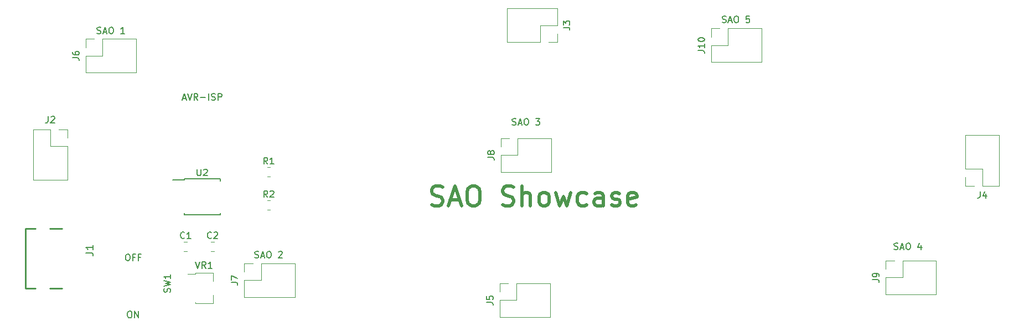
<source format=gto>
%TF.GenerationSoftware,KiCad,Pcbnew,(6.0.6-0)*%
%TF.CreationDate,2022-08-20T19:49:00-04:00*%
%TF.ProjectId,SAO_Platform,53414f5f-506c-4617-9466-6f726d2e6b69,rev?*%
%TF.SameCoordinates,Original*%
%TF.FileFunction,Legend,Top*%
%TF.FilePolarity,Positive*%
%FSLAX46Y46*%
G04 Gerber Fmt 4.6, Leading zero omitted, Abs format (unit mm)*
G04 Created by KiCad (PCBNEW (6.0.6-0)) date 2022-08-20 19:49:00*
%MOMM*%
%LPD*%
G01*
G04 APERTURE LIST*
%ADD10C,0.150000*%
%ADD11C,0.500000*%
%ADD12C,0.152000*%
%ADD13C,0.254000*%
%ADD14C,0.120000*%
G04 APERTURE END LIST*
D10*
X206561222Y-53317761D02*
X206704080Y-53365380D01*
X206942175Y-53365380D01*
X207037413Y-53317761D01*
X207085032Y-53270142D01*
X207132651Y-53174904D01*
X207132651Y-53079666D01*
X207085032Y-52984428D01*
X207037413Y-52936809D01*
X206942175Y-52889190D01*
X206751699Y-52841571D01*
X206656461Y-52793952D01*
X206608841Y-52746333D01*
X206561222Y-52651095D01*
X206561222Y-52555857D01*
X206608841Y-52460619D01*
X206656461Y-52413000D01*
X206751699Y-52365380D01*
X206989794Y-52365380D01*
X207132651Y-52413000D01*
X207513603Y-53079666D02*
X207989794Y-53079666D01*
X207418365Y-53365380D02*
X207751699Y-52365380D01*
X208085032Y-53365380D01*
X208608841Y-52365380D02*
X208799318Y-52365380D01*
X208894556Y-52413000D01*
X208989794Y-52508238D01*
X209037413Y-52698714D01*
X209037413Y-53032047D01*
X208989794Y-53222523D01*
X208894556Y-53317761D01*
X208799318Y-53365380D01*
X208608841Y-53365380D01*
X208513603Y-53317761D01*
X208418365Y-53222523D01*
X208370746Y-53032047D01*
X208370746Y-52698714D01*
X208418365Y-52508238D01*
X208513603Y-52413000D01*
X208608841Y-52365380D01*
X210704080Y-52365380D02*
X210227889Y-52365380D01*
X210180270Y-52841571D01*
X210227889Y-52793952D01*
X210323127Y-52746333D01*
X210561222Y-52746333D01*
X210656461Y-52793952D01*
X210704080Y-52841571D01*
X210751699Y-52936809D01*
X210751699Y-53174904D01*
X210704080Y-53270142D01*
X210656461Y-53317761D01*
X210561222Y-53365380D01*
X210323127Y-53365380D01*
X210227889Y-53317761D01*
X210180270Y-53270142D01*
X232854761Y-88034761D02*
X232997619Y-88082380D01*
X233235714Y-88082380D01*
X233330952Y-88034761D01*
X233378571Y-87987142D01*
X233426190Y-87891904D01*
X233426190Y-87796666D01*
X233378571Y-87701428D01*
X233330952Y-87653809D01*
X233235714Y-87606190D01*
X233045238Y-87558571D01*
X232950000Y-87510952D01*
X232902380Y-87463333D01*
X232854761Y-87368095D01*
X232854761Y-87272857D01*
X232902380Y-87177619D01*
X232950000Y-87130000D01*
X233045238Y-87082380D01*
X233283333Y-87082380D01*
X233426190Y-87130000D01*
X233807142Y-87796666D02*
X234283333Y-87796666D01*
X233711904Y-88082380D02*
X234045238Y-87082380D01*
X234378571Y-88082380D01*
X234902380Y-87082380D02*
X235092857Y-87082380D01*
X235188095Y-87130000D01*
X235283333Y-87225238D01*
X235330952Y-87415714D01*
X235330952Y-87749047D01*
X235283333Y-87939523D01*
X235188095Y-88034761D01*
X235092857Y-88082380D01*
X234902380Y-88082380D01*
X234807142Y-88034761D01*
X234711904Y-87939523D01*
X234664285Y-87749047D01*
X234664285Y-87415714D01*
X234711904Y-87225238D01*
X234807142Y-87130000D01*
X234902380Y-87082380D01*
X236950000Y-87415714D02*
X236950000Y-88082380D01*
X236711904Y-87034761D02*
X236473809Y-87749047D01*
X237092857Y-87749047D01*
D11*
X162085714Y-81224285D02*
X162514285Y-81367142D01*
X163228571Y-81367142D01*
X163514285Y-81224285D01*
X163657142Y-81081428D01*
X163800000Y-80795714D01*
X163800000Y-80510000D01*
X163657142Y-80224285D01*
X163514285Y-80081428D01*
X163228571Y-79938571D01*
X162657142Y-79795714D01*
X162371428Y-79652857D01*
X162228571Y-79510000D01*
X162085714Y-79224285D01*
X162085714Y-78938571D01*
X162228571Y-78652857D01*
X162371428Y-78510000D01*
X162657142Y-78367142D01*
X163371428Y-78367142D01*
X163800000Y-78510000D01*
X164942857Y-80510000D02*
X166371428Y-80510000D01*
X164657142Y-81367142D02*
X165657142Y-78367142D01*
X166657142Y-81367142D01*
X168228571Y-78367142D02*
X168800000Y-78367142D01*
X169085714Y-78510000D01*
X169371428Y-78795714D01*
X169514285Y-79367142D01*
X169514285Y-80367142D01*
X169371428Y-80938571D01*
X169085714Y-81224285D01*
X168800000Y-81367142D01*
X168228571Y-81367142D01*
X167942857Y-81224285D01*
X167657142Y-80938571D01*
X167514285Y-80367142D01*
X167514285Y-79367142D01*
X167657142Y-78795714D01*
X167942857Y-78510000D01*
X168228571Y-78367142D01*
X172942857Y-81224285D02*
X173371428Y-81367142D01*
X174085714Y-81367142D01*
X174371428Y-81224285D01*
X174514285Y-81081428D01*
X174657142Y-80795714D01*
X174657142Y-80510000D01*
X174514285Y-80224285D01*
X174371428Y-80081428D01*
X174085714Y-79938571D01*
X173514285Y-79795714D01*
X173228571Y-79652857D01*
X173085714Y-79510000D01*
X172942857Y-79224285D01*
X172942857Y-78938571D01*
X173085714Y-78652857D01*
X173228571Y-78510000D01*
X173514285Y-78367142D01*
X174228571Y-78367142D01*
X174657142Y-78510000D01*
X175942857Y-81367142D02*
X175942857Y-78367142D01*
X177228571Y-81367142D02*
X177228571Y-79795714D01*
X177085714Y-79510000D01*
X176800000Y-79367142D01*
X176371428Y-79367142D01*
X176085714Y-79510000D01*
X175942857Y-79652857D01*
X179085714Y-81367142D02*
X178800000Y-81224285D01*
X178657142Y-81081428D01*
X178514285Y-80795714D01*
X178514285Y-79938571D01*
X178657142Y-79652857D01*
X178800000Y-79510000D01*
X179085714Y-79367142D01*
X179514285Y-79367142D01*
X179800000Y-79510000D01*
X179942857Y-79652857D01*
X180085714Y-79938571D01*
X180085714Y-80795714D01*
X179942857Y-81081428D01*
X179800000Y-81224285D01*
X179514285Y-81367142D01*
X179085714Y-81367142D01*
X181085714Y-79367142D02*
X181657142Y-81367142D01*
X182228571Y-79938571D01*
X182800000Y-81367142D01*
X183371428Y-79367142D01*
X185800000Y-81224285D02*
X185514285Y-81367142D01*
X184942857Y-81367142D01*
X184657142Y-81224285D01*
X184514285Y-81081428D01*
X184371428Y-80795714D01*
X184371428Y-79938571D01*
X184514285Y-79652857D01*
X184657142Y-79510000D01*
X184942857Y-79367142D01*
X185514285Y-79367142D01*
X185800000Y-79510000D01*
X188371428Y-81367142D02*
X188371428Y-79795714D01*
X188228571Y-79510000D01*
X187942857Y-79367142D01*
X187371428Y-79367142D01*
X187085714Y-79510000D01*
X188371428Y-81224285D02*
X188085714Y-81367142D01*
X187371428Y-81367142D01*
X187085714Y-81224285D01*
X186942857Y-80938571D01*
X186942857Y-80652857D01*
X187085714Y-80367142D01*
X187371428Y-80224285D01*
X188085714Y-80224285D01*
X188371428Y-80081428D01*
X189657142Y-81224285D02*
X189942857Y-81367142D01*
X190514285Y-81367142D01*
X190799999Y-81224285D01*
X190942857Y-80938571D01*
X190942857Y-80795714D01*
X190799999Y-80510000D01*
X190514285Y-80367142D01*
X190085714Y-80367142D01*
X189799999Y-80224285D01*
X189657142Y-79938571D01*
X189657142Y-79795714D01*
X189799999Y-79510000D01*
X190085714Y-79367142D01*
X190514285Y-79367142D01*
X190799999Y-79510000D01*
X193371428Y-81224285D02*
X193085714Y-81367142D01*
X192514285Y-81367142D01*
X192228571Y-81224285D01*
X192085714Y-80938571D01*
X192085714Y-79795714D01*
X192228571Y-79510000D01*
X192514285Y-79367142D01*
X193085714Y-79367142D01*
X193371428Y-79510000D01*
X193514285Y-79795714D01*
X193514285Y-80081428D01*
X192085714Y-80367142D01*
D10*
X174434761Y-68984761D02*
X174577619Y-69032380D01*
X174815714Y-69032380D01*
X174910952Y-68984761D01*
X174958571Y-68937142D01*
X175006190Y-68841904D01*
X175006190Y-68746666D01*
X174958571Y-68651428D01*
X174910952Y-68603809D01*
X174815714Y-68556190D01*
X174625238Y-68508571D01*
X174530000Y-68460952D01*
X174482380Y-68413333D01*
X174434761Y-68318095D01*
X174434761Y-68222857D01*
X174482380Y-68127619D01*
X174530000Y-68080000D01*
X174625238Y-68032380D01*
X174863333Y-68032380D01*
X175006190Y-68080000D01*
X175387142Y-68746666D02*
X175863333Y-68746666D01*
X175291904Y-69032380D02*
X175625238Y-68032380D01*
X175958571Y-69032380D01*
X176482380Y-68032380D02*
X176672857Y-68032380D01*
X176768095Y-68080000D01*
X176863333Y-68175238D01*
X176910952Y-68365714D01*
X176910952Y-68699047D01*
X176863333Y-68889523D01*
X176768095Y-68984761D01*
X176672857Y-69032380D01*
X176482380Y-69032380D01*
X176387142Y-68984761D01*
X176291904Y-68889523D01*
X176244285Y-68699047D01*
X176244285Y-68365714D01*
X176291904Y-68175238D01*
X176387142Y-68080000D01*
X176482380Y-68032380D01*
X178006190Y-68032380D02*
X178625238Y-68032380D01*
X178291904Y-68413333D01*
X178434761Y-68413333D01*
X178530000Y-68460952D01*
X178577619Y-68508571D01*
X178625238Y-68603809D01*
X178625238Y-68841904D01*
X178577619Y-68937142D01*
X178530000Y-68984761D01*
X178434761Y-69032380D01*
X178149047Y-69032380D01*
X178053809Y-68984761D01*
X178006190Y-68937142D01*
X110934761Y-55014761D02*
X111077619Y-55062380D01*
X111315714Y-55062380D01*
X111410952Y-55014761D01*
X111458571Y-54967142D01*
X111506190Y-54871904D01*
X111506190Y-54776666D01*
X111458571Y-54681428D01*
X111410952Y-54633809D01*
X111315714Y-54586190D01*
X111125238Y-54538571D01*
X111030000Y-54490952D01*
X110982380Y-54443333D01*
X110934761Y-54348095D01*
X110934761Y-54252857D01*
X110982380Y-54157619D01*
X111030000Y-54110000D01*
X111125238Y-54062380D01*
X111363333Y-54062380D01*
X111506190Y-54110000D01*
X111887142Y-54776666D02*
X112363333Y-54776666D01*
X111791904Y-55062380D02*
X112125238Y-54062380D01*
X112458571Y-55062380D01*
X112982380Y-54062380D02*
X113172857Y-54062380D01*
X113268095Y-54110000D01*
X113363333Y-54205238D01*
X113410952Y-54395714D01*
X113410952Y-54729047D01*
X113363333Y-54919523D01*
X113268095Y-55014761D01*
X113172857Y-55062380D01*
X112982380Y-55062380D01*
X112887142Y-55014761D01*
X112791904Y-54919523D01*
X112744285Y-54729047D01*
X112744285Y-54395714D01*
X112791904Y-54205238D01*
X112887142Y-54110000D01*
X112982380Y-54062380D01*
X115125238Y-55062380D02*
X114553809Y-55062380D01*
X114839523Y-55062380D02*
X114839523Y-54062380D01*
X114744285Y-54205238D01*
X114649047Y-54300476D01*
X114553809Y-54348095D01*
X124000000Y-64936666D02*
X124476190Y-64936666D01*
X123904761Y-65222380D02*
X124238095Y-64222380D01*
X124571428Y-65222380D01*
X124761904Y-64222380D02*
X125095238Y-65222380D01*
X125428571Y-64222380D01*
X126333333Y-65222380D02*
X126000000Y-64746190D01*
X125761904Y-65222380D02*
X125761904Y-64222380D01*
X126142857Y-64222380D01*
X126238095Y-64270000D01*
X126285714Y-64317619D01*
X126333333Y-64412857D01*
X126333333Y-64555714D01*
X126285714Y-64650952D01*
X126238095Y-64698571D01*
X126142857Y-64746190D01*
X125761904Y-64746190D01*
X126761904Y-64841428D02*
X127523809Y-64841428D01*
X128000000Y-65222380D02*
X128000000Y-64222380D01*
X128428571Y-65174761D02*
X128571428Y-65222380D01*
X128809523Y-65222380D01*
X128904761Y-65174761D01*
X128952380Y-65127142D01*
X129000000Y-65031904D01*
X129000000Y-64936666D01*
X128952380Y-64841428D01*
X128904761Y-64793809D01*
X128809523Y-64746190D01*
X128619047Y-64698571D01*
X128523809Y-64650952D01*
X128476190Y-64603333D01*
X128428571Y-64508095D01*
X128428571Y-64412857D01*
X128476190Y-64317619D01*
X128523809Y-64270000D01*
X128619047Y-64222380D01*
X128857142Y-64222380D01*
X129000000Y-64270000D01*
X129428571Y-65222380D02*
X129428571Y-64222380D01*
X129809523Y-64222380D01*
X129904761Y-64270000D01*
X129952380Y-64317619D01*
X130000000Y-64412857D01*
X130000000Y-64555714D01*
X129952380Y-64650952D01*
X129904761Y-64698571D01*
X129809523Y-64746190D01*
X129428571Y-64746190D01*
X135064761Y-89304761D02*
X135207619Y-89352380D01*
X135445714Y-89352380D01*
X135540952Y-89304761D01*
X135588571Y-89257142D01*
X135636190Y-89161904D01*
X135636190Y-89066666D01*
X135588571Y-88971428D01*
X135540952Y-88923809D01*
X135445714Y-88876190D01*
X135255238Y-88828571D01*
X135160000Y-88780952D01*
X135112380Y-88733333D01*
X135064761Y-88638095D01*
X135064761Y-88542857D01*
X135112380Y-88447619D01*
X135160000Y-88400000D01*
X135255238Y-88352380D01*
X135493333Y-88352380D01*
X135636190Y-88400000D01*
X136017142Y-89066666D02*
X136493333Y-89066666D01*
X135921904Y-89352380D02*
X136255238Y-88352380D01*
X136588571Y-89352380D01*
X137112380Y-88352380D02*
X137302857Y-88352380D01*
X137398095Y-88400000D01*
X137493333Y-88495238D01*
X137540952Y-88685714D01*
X137540952Y-89019047D01*
X137493333Y-89209523D01*
X137398095Y-89304761D01*
X137302857Y-89352380D01*
X137112380Y-89352380D01*
X137017142Y-89304761D01*
X136921904Y-89209523D01*
X136874285Y-89019047D01*
X136874285Y-88685714D01*
X136921904Y-88495238D01*
X137017142Y-88400000D01*
X137112380Y-88352380D01*
X138683809Y-88447619D02*
X138731428Y-88400000D01*
X138826666Y-88352380D01*
X139064761Y-88352380D01*
X139160000Y-88400000D01*
X139207619Y-88447619D01*
X139255238Y-88542857D01*
X139255238Y-88638095D01*
X139207619Y-88780952D01*
X138636190Y-89352380D01*
X139255238Y-89352380D01*
D12*
%TO.C,J1*%
X109182072Y-88586534D02*
X109998501Y-88586534D01*
X110161786Y-88640963D01*
X110270643Y-88749820D01*
X110325072Y-88913106D01*
X110325072Y-89021963D01*
X110325072Y-87443534D02*
X110325072Y-88096677D01*
X110325072Y-87770106D02*
X109182072Y-87770106D01*
X109345358Y-87878963D01*
X109454215Y-87987820D01*
X109508643Y-88096677D01*
D10*
%TO.C,J9*%
X229548522Y-92696411D02*
X230262808Y-92696411D01*
X230405665Y-92744030D01*
X230500903Y-92839268D01*
X230548522Y-92982125D01*
X230548522Y-93077363D01*
X230548522Y-92172601D02*
X230548522Y-91982125D01*
X230500903Y-91886887D01*
X230453284Y-91839268D01*
X230310427Y-91744030D01*
X230119951Y-91696411D01*
X229738999Y-91696411D01*
X229643761Y-91744030D01*
X229596142Y-91791649D01*
X229548522Y-91886887D01*
X229548522Y-92077363D01*
X229596142Y-92172601D01*
X229643761Y-92220220D01*
X229738999Y-92267839D01*
X229977094Y-92267839D01*
X230072332Y-92220220D01*
X230119951Y-92172601D01*
X230167570Y-92077363D01*
X230167570Y-91886887D01*
X230119951Y-91791649D01*
X230072332Y-91744030D01*
X229977094Y-91696411D01*
%TO.C,J5*%
X170502178Y-96168607D02*
X171216464Y-96168607D01*
X171359321Y-96216226D01*
X171454559Y-96311464D01*
X171502178Y-96454321D01*
X171502178Y-96549559D01*
X170502178Y-95216226D02*
X170502178Y-95692416D01*
X170978369Y-95740035D01*
X170930750Y-95692416D01*
X170883131Y-95597178D01*
X170883131Y-95359083D01*
X170930750Y-95263845D01*
X170978369Y-95216226D01*
X171073607Y-95168607D01*
X171311702Y-95168607D01*
X171406940Y-95216226D01*
X171454559Y-95263845D01*
X171502178Y-95359083D01*
X171502178Y-95597178D01*
X171454559Y-95692416D01*
X171406940Y-95740035D01*
%TO.C,J7*%
X131437846Y-93107468D02*
X132152132Y-93107468D01*
X132294989Y-93155087D01*
X132390227Y-93250325D01*
X132437846Y-93393182D01*
X132437846Y-93488420D01*
X131437846Y-92726515D02*
X131437846Y-92059849D01*
X132437846Y-92488420D01*
%TO.C,J10*%
X202844838Y-57633029D02*
X203559124Y-57633029D01*
X203701981Y-57680648D01*
X203797219Y-57775886D01*
X203844838Y-57918744D01*
X203844838Y-58013982D01*
X203844838Y-56633029D02*
X203844838Y-57204458D01*
X203844838Y-56918744D02*
X202844838Y-56918744D01*
X202987696Y-57013982D01*
X203082934Y-57109220D01*
X203130553Y-57204458D01*
X202844838Y-56013982D02*
X202844838Y-55918744D01*
X202892458Y-55823506D01*
X202940077Y-55775886D01*
X203035315Y-55728267D01*
X203225791Y-55680648D01*
X203463886Y-55680648D01*
X203654362Y-55728267D01*
X203749600Y-55775886D01*
X203797219Y-55823506D01*
X203844838Y-55918744D01*
X203844838Y-56013982D01*
X203797219Y-56109220D01*
X203749600Y-56156839D01*
X203654362Y-56204458D01*
X203463886Y-56252077D01*
X203225791Y-56252077D01*
X203035315Y-56204458D01*
X202940077Y-56156839D01*
X202892458Y-56109220D01*
X202844838Y-56013982D01*
%TO.C,R2*%
X136993333Y-80082380D02*
X136660000Y-79606190D01*
X136421904Y-80082380D02*
X136421904Y-79082380D01*
X136802857Y-79082380D01*
X136898095Y-79130000D01*
X136945714Y-79177619D01*
X136993333Y-79272857D01*
X136993333Y-79415714D01*
X136945714Y-79510952D01*
X136898095Y-79558571D01*
X136802857Y-79606190D01*
X136421904Y-79606190D01*
X137374285Y-79177619D02*
X137421904Y-79130000D01*
X137517142Y-79082380D01*
X137755238Y-79082380D01*
X137850476Y-79130000D01*
X137898095Y-79177619D01*
X137945714Y-79272857D01*
X137945714Y-79368095D01*
X137898095Y-79510952D01*
X137326666Y-80082380D01*
X137945714Y-80082380D01*
%TO.C,J4*%
X246002640Y-79207663D02*
X246002640Y-79921949D01*
X245955021Y-80064806D01*
X245859783Y-80160044D01*
X245716926Y-80207663D01*
X245621688Y-80207663D01*
X246907402Y-79540997D02*
X246907402Y-80207663D01*
X246669307Y-79160044D02*
X246431212Y-79874330D01*
X247050259Y-79874330D01*
%TO.C,J6*%
X107172380Y-58753333D02*
X107886666Y-58753333D01*
X108029523Y-58800952D01*
X108124761Y-58896190D01*
X108172380Y-59039047D01*
X108172380Y-59134285D01*
X107172380Y-57848571D02*
X107172380Y-58039047D01*
X107220000Y-58134285D01*
X107267619Y-58181904D01*
X107410476Y-58277142D01*
X107600952Y-58324761D01*
X107981904Y-58324761D01*
X108077142Y-58277142D01*
X108124761Y-58229523D01*
X108172380Y-58134285D01*
X108172380Y-57943809D01*
X108124761Y-57848571D01*
X108077142Y-57800952D01*
X107981904Y-57753333D01*
X107743809Y-57753333D01*
X107648571Y-57800952D01*
X107600952Y-57848571D01*
X107553333Y-57943809D01*
X107553333Y-58134285D01*
X107600952Y-58229523D01*
X107648571Y-58277142D01*
X107743809Y-58324761D01*
%TO.C,J8*%
X170687380Y-73973333D02*
X171401666Y-73973333D01*
X171544523Y-74020952D01*
X171639761Y-74116190D01*
X171687380Y-74259047D01*
X171687380Y-74354285D01*
X171115952Y-73354285D02*
X171068333Y-73449523D01*
X171020714Y-73497142D01*
X170925476Y-73544761D01*
X170877857Y-73544761D01*
X170782619Y-73497142D01*
X170735000Y-73449523D01*
X170687380Y-73354285D01*
X170687380Y-73163809D01*
X170735000Y-73068571D01*
X170782619Y-73020952D01*
X170877857Y-72973333D01*
X170925476Y-72973333D01*
X171020714Y-73020952D01*
X171068333Y-73068571D01*
X171115952Y-73163809D01*
X171115952Y-73354285D01*
X171163571Y-73449523D01*
X171211190Y-73497142D01*
X171306428Y-73544761D01*
X171496904Y-73544761D01*
X171592142Y-73497142D01*
X171639761Y-73449523D01*
X171687380Y-73354285D01*
X171687380Y-73163809D01*
X171639761Y-73068571D01*
X171592142Y-73020952D01*
X171496904Y-72973333D01*
X171306428Y-72973333D01*
X171211190Y-73020952D01*
X171163571Y-73068571D01*
X171115952Y-73163809D01*
%TO.C,J3*%
X182231281Y-54111221D02*
X182945567Y-54111221D01*
X183088424Y-54158840D01*
X183183662Y-54254078D01*
X183231281Y-54396935D01*
X183231281Y-54492173D01*
X182231281Y-53730268D02*
X182231281Y-53111221D01*
X182612234Y-53444554D01*
X182612234Y-53301697D01*
X182659853Y-53206459D01*
X182707472Y-53158840D01*
X182802710Y-53111221D01*
X183040805Y-53111221D01*
X183136043Y-53158840D01*
X183183662Y-53206459D01*
X183231281Y-53301697D01*
X183231281Y-53587411D01*
X183183662Y-53682649D01*
X183136043Y-53730268D01*
%TO.C,VR1*%
X125990476Y-89932380D02*
X126323809Y-90932380D01*
X126657142Y-89932380D01*
X127561904Y-90932380D02*
X127228571Y-90456190D01*
X126990476Y-90932380D02*
X126990476Y-89932380D01*
X127371428Y-89932380D01*
X127466666Y-89980000D01*
X127514285Y-90027619D01*
X127561904Y-90122857D01*
X127561904Y-90265714D01*
X127514285Y-90360952D01*
X127466666Y-90408571D01*
X127371428Y-90456190D01*
X126990476Y-90456190D01*
X128514285Y-90932380D02*
X127942857Y-90932380D01*
X128228571Y-90932380D02*
X128228571Y-89932380D01*
X128133333Y-90075238D01*
X128038095Y-90170476D01*
X127942857Y-90218095D01*
%TO.C,SW1*%
X122084281Y-94598344D02*
X122131900Y-94455487D01*
X122131900Y-94217391D01*
X122084281Y-94122153D01*
X122036662Y-94074534D01*
X121941424Y-94026915D01*
X121846186Y-94026915D01*
X121750948Y-94074534D01*
X121703329Y-94122153D01*
X121655710Y-94217391D01*
X121608091Y-94407868D01*
X121560472Y-94503106D01*
X121512853Y-94550725D01*
X121417615Y-94598344D01*
X121322377Y-94598344D01*
X121227139Y-94550725D01*
X121179520Y-94503106D01*
X121131900Y-94407868D01*
X121131900Y-94169772D01*
X121179520Y-94026915D01*
X121131900Y-93693582D02*
X122131900Y-93455487D01*
X121417615Y-93265011D01*
X122131900Y-93074534D01*
X121131900Y-92836439D01*
X122131900Y-91931677D02*
X122131900Y-92503106D01*
X122131900Y-92217391D02*
X121131900Y-92217391D01*
X121274758Y-92312630D01*
X121369996Y-92407868D01*
X121417615Y-92503106D01*
X115828072Y-97512911D02*
X116018548Y-97512911D01*
X116113786Y-97560531D01*
X116209024Y-97655769D01*
X116256643Y-97846245D01*
X116256643Y-98179578D01*
X116209024Y-98370054D01*
X116113786Y-98465292D01*
X116018548Y-98512911D01*
X115828072Y-98512911D01*
X115732834Y-98465292D01*
X115637596Y-98370054D01*
X115589977Y-98179578D01*
X115589977Y-97846245D01*
X115637596Y-97655769D01*
X115732834Y-97560531D01*
X115828072Y-97512911D01*
X116685215Y-98512911D02*
X116685215Y-97512911D01*
X117256643Y-98512911D01*
X117256643Y-97512911D01*
X115517599Y-88780391D02*
X115708075Y-88780391D01*
X115803313Y-88828011D01*
X115898551Y-88923249D01*
X115946170Y-89113725D01*
X115946170Y-89447058D01*
X115898551Y-89637534D01*
X115803313Y-89732772D01*
X115708075Y-89780391D01*
X115517599Y-89780391D01*
X115422360Y-89732772D01*
X115327122Y-89637534D01*
X115279503Y-89447058D01*
X115279503Y-89113725D01*
X115327122Y-88923249D01*
X115422360Y-88828011D01*
X115517599Y-88780391D01*
X116708075Y-89256582D02*
X116374741Y-89256582D01*
X116374741Y-89780391D02*
X116374741Y-88780391D01*
X116850932Y-88780391D01*
X117565218Y-89256582D02*
X117231884Y-89256582D01*
X117231884Y-89780391D02*
X117231884Y-88780391D01*
X117708075Y-88780391D01*
%TO.C,J2*%
X103438968Y-67711689D02*
X103438968Y-68425975D01*
X103391349Y-68568832D01*
X103296111Y-68664070D01*
X103153254Y-68711689D01*
X103058016Y-68711689D01*
X103867540Y-67806928D02*
X103915159Y-67759309D01*
X104010397Y-67711689D01*
X104248492Y-67711689D01*
X104343730Y-67759309D01*
X104391349Y-67806928D01*
X104438968Y-67902166D01*
X104438968Y-67997404D01*
X104391349Y-68140261D01*
X103819921Y-68711689D01*
X104438968Y-68711689D01*
%TO.C,C2*%
X128423333Y-86307142D02*
X128375714Y-86354761D01*
X128232857Y-86402380D01*
X128137619Y-86402380D01*
X127994761Y-86354761D01*
X127899523Y-86259523D01*
X127851904Y-86164285D01*
X127804285Y-85973809D01*
X127804285Y-85830952D01*
X127851904Y-85640476D01*
X127899523Y-85545238D01*
X127994761Y-85450000D01*
X128137619Y-85402380D01*
X128232857Y-85402380D01*
X128375714Y-85450000D01*
X128423333Y-85497619D01*
X128804285Y-85497619D02*
X128851904Y-85450000D01*
X128947142Y-85402380D01*
X129185238Y-85402380D01*
X129280476Y-85450000D01*
X129328095Y-85497619D01*
X129375714Y-85592857D01*
X129375714Y-85688095D01*
X129328095Y-85830952D01*
X128756666Y-86402380D01*
X129375714Y-86402380D01*
%TO.C,U2*%
X126238095Y-75782380D02*
X126238095Y-76591904D01*
X126285714Y-76687142D01*
X126333333Y-76734761D01*
X126428571Y-76782380D01*
X126619047Y-76782380D01*
X126714285Y-76734761D01*
X126761904Y-76687142D01*
X126809523Y-76591904D01*
X126809523Y-75782380D01*
X127238095Y-75877619D02*
X127285714Y-75830000D01*
X127380952Y-75782380D01*
X127619047Y-75782380D01*
X127714285Y-75830000D01*
X127761904Y-75877619D01*
X127809523Y-75972857D01*
X127809523Y-76068095D01*
X127761904Y-76210952D01*
X127190476Y-76782380D01*
X127809523Y-76782380D01*
%TO.C,R1*%
X136993333Y-75002380D02*
X136660000Y-74526190D01*
X136421904Y-75002380D02*
X136421904Y-74002380D01*
X136802857Y-74002380D01*
X136898095Y-74050000D01*
X136945714Y-74097619D01*
X136993333Y-74192857D01*
X136993333Y-74335714D01*
X136945714Y-74430952D01*
X136898095Y-74478571D01*
X136802857Y-74526190D01*
X136421904Y-74526190D01*
X137945714Y-75002380D02*
X137374285Y-75002380D01*
X137660000Y-75002380D02*
X137660000Y-74002380D01*
X137564761Y-74145238D01*
X137469523Y-74240476D01*
X137374285Y-74288095D01*
%TO.C,C1*%
X124293333Y-86307142D02*
X124245714Y-86354761D01*
X124102857Y-86402380D01*
X124007619Y-86402380D01*
X123864761Y-86354761D01*
X123769523Y-86259523D01*
X123721904Y-86164285D01*
X123674285Y-85973809D01*
X123674285Y-85830952D01*
X123721904Y-85640476D01*
X123769523Y-85545238D01*
X123864761Y-85450000D01*
X124007619Y-85402380D01*
X124102857Y-85402380D01*
X124245714Y-85450000D01*
X124293333Y-85497619D01*
X125245714Y-86402380D02*
X124674285Y-86402380D01*
X124960000Y-86402380D02*
X124960000Y-85402380D01*
X124864761Y-85545238D01*
X124769523Y-85640476D01*
X124674285Y-85688095D01*
D13*
%TO.C,J1*%
X99933230Y-84860098D02*
X99933230Y-94004098D01*
X101506230Y-84860098D02*
X99933230Y-84860098D01*
X103690230Y-94004098D02*
X105586230Y-94004098D01*
X99933230Y-94004098D02*
X101506230Y-94004098D01*
X105586230Y-84860098D02*
X103690230Y-84860098D01*
D14*
%TO.C,J9*%
X231536142Y-94963078D02*
X231536142Y-92363078D01*
X231536142Y-92363078D02*
X234136142Y-92363078D01*
X234136142Y-89763078D02*
X239276142Y-89763078D01*
X231536142Y-94963078D02*
X239276142Y-94963078D01*
X231536142Y-89763078D02*
X232866142Y-89763078D01*
X234136142Y-92363078D02*
X234136142Y-89763078D01*
X231536142Y-91093078D02*
X231536142Y-89763078D01*
X239276142Y-94963078D02*
X239276142Y-89763078D01*
%TO.C,J5*%
X180229798Y-98435274D02*
X180229798Y-93235274D01*
X175089798Y-95835274D02*
X175089798Y-93235274D01*
X172489798Y-95835274D02*
X175089798Y-95835274D01*
X172489798Y-93235274D02*
X173819798Y-93235274D01*
X172489798Y-98435274D02*
X172489798Y-95835274D01*
X175089798Y-93235274D02*
X180229798Y-93235274D01*
X172489798Y-98435274D02*
X180229798Y-98435274D01*
X172489798Y-94565274D02*
X172489798Y-93235274D01*
%TO.C,J7*%
X136025466Y-92774135D02*
X136025466Y-90174135D01*
X133425466Y-91504135D02*
X133425466Y-90174135D01*
X133425466Y-90174135D02*
X134755466Y-90174135D01*
X141165466Y-95374135D02*
X141165466Y-90174135D01*
X133425466Y-95374135D02*
X133425466Y-92774135D01*
X133425466Y-92774135D02*
X136025466Y-92774135D01*
X136025466Y-90174135D02*
X141165466Y-90174135D01*
X133425466Y-95374135D02*
X141165466Y-95374135D01*
%TO.C,J10*%
X204832458Y-55553506D02*
X204832458Y-54223506D01*
X207432458Y-56823506D02*
X207432458Y-54223506D01*
X204832458Y-59423506D02*
X212572458Y-59423506D01*
X204832458Y-54223506D02*
X206162458Y-54223506D01*
X204832458Y-56823506D02*
X207432458Y-56823506D01*
X204832458Y-59423506D02*
X204832458Y-56823506D01*
X207432458Y-54223506D02*
X212572458Y-54223506D01*
X212572458Y-59423506D02*
X212572458Y-54223506D01*
%TO.C,R2*%
X136932936Y-80545000D02*
X137387064Y-80545000D01*
X136932936Y-82015000D02*
X137387064Y-82015000D01*
%TO.C,J4*%
X243735974Y-75715283D02*
X243735974Y-70575283D01*
X246335974Y-75715283D02*
X243735974Y-75715283D01*
X248935974Y-78315283D02*
X246335974Y-78315283D01*
X246335974Y-78315283D02*
X246335974Y-75715283D01*
X248935974Y-78315283D02*
X248935974Y-70575283D01*
X245065974Y-78315283D02*
X243735974Y-78315283D01*
X248935974Y-70575283D02*
X243735974Y-70575283D01*
X243735974Y-78315283D02*
X243735974Y-76985283D01*
%TO.C,J6*%
X109160000Y-58420000D02*
X111760000Y-58420000D01*
X109160000Y-55820000D02*
X110490000Y-55820000D01*
X116900000Y-61020000D02*
X116900000Y-55820000D01*
X109160000Y-61020000D02*
X109160000Y-58420000D01*
X109160000Y-61020000D02*
X116900000Y-61020000D01*
X111760000Y-58420000D02*
X111760000Y-55820000D01*
X109160000Y-57150000D02*
X109160000Y-55820000D01*
X111760000Y-55820000D02*
X116900000Y-55820000D01*
%TO.C,J8*%
X172675000Y-76240000D02*
X180415000Y-76240000D01*
X180415000Y-76240000D02*
X180415000Y-71040000D01*
X172675000Y-73640000D02*
X175275000Y-73640000D01*
X175275000Y-73640000D02*
X175275000Y-71040000D01*
X172675000Y-72370000D02*
X172675000Y-71040000D01*
X175275000Y-71040000D02*
X180415000Y-71040000D01*
X172675000Y-76240000D02*
X172675000Y-73640000D01*
X172675000Y-71040000D02*
X174005000Y-71040000D01*
%TO.C,J3*%
X181338901Y-51177888D02*
X173598901Y-51177888D01*
X181338901Y-53777888D02*
X178738901Y-53777888D01*
X178738901Y-53777888D02*
X178738901Y-56377888D01*
X181338901Y-55047888D02*
X181338901Y-56377888D01*
X173598901Y-51177888D02*
X173598901Y-56377888D01*
X181338901Y-56377888D02*
X180008901Y-56377888D01*
X181338901Y-51177888D02*
X181338901Y-53777888D01*
X178738901Y-56377888D02*
X173598901Y-56377888D01*
%TO.C,VR1*%
X125940000Y-96340000D02*
X125940000Y-96110000D01*
X124800000Y-91850000D02*
X125940000Y-91850000D01*
X128660000Y-96340000D02*
X125940000Y-96340000D01*
X125940000Y-91620000D02*
X125940000Y-91850000D01*
X128660000Y-91620000D02*
X128660000Y-92930000D01*
X125940000Y-91620000D02*
X128660000Y-91620000D01*
X128660000Y-95030000D02*
X128660000Y-96340000D01*
%TO.C,J2*%
X101172302Y-69699309D02*
X101172302Y-77439309D01*
X101172302Y-69699309D02*
X103772302Y-69699309D01*
X101172302Y-77439309D02*
X106372302Y-77439309D01*
X106372302Y-69699309D02*
X106372302Y-71029309D01*
X103772302Y-72299309D02*
X106372302Y-72299309D01*
X106372302Y-72299309D02*
X106372302Y-77439309D01*
X103772302Y-69699309D02*
X103772302Y-72299309D01*
X105042302Y-69699309D02*
X106372302Y-69699309D01*
%TO.C,C2*%
X128328748Y-88365000D02*
X128851252Y-88365000D01*
X128328748Y-86895000D02*
X128851252Y-86895000D01*
D10*
%TO.C,U2*%
X124250000Y-82765000D02*
X124250000Y-82465000D01*
X124250000Y-77460000D02*
X122500000Y-77460000D01*
X124250000Y-82765000D02*
X129750000Y-82765000D01*
X129750000Y-82765000D02*
X129750000Y-82465000D01*
X129750000Y-77255000D02*
X129750000Y-77555000D01*
X124250000Y-77255000D02*
X124250000Y-77460000D01*
X124250000Y-77255000D02*
X129750000Y-77255000D01*
D14*
%TO.C,R1*%
X136932936Y-76935000D02*
X137387064Y-76935000D01*
X136932936Y-75465000D02*
X137387064Y-75465000D01*
%TO.C,C1*%
X124198748Y-86895000D02*
X124721252Y-86895000D01*
X124198748Y-88365000D02*
X124721252Y-88365000D01*
%TD*%
M02*

</source>
